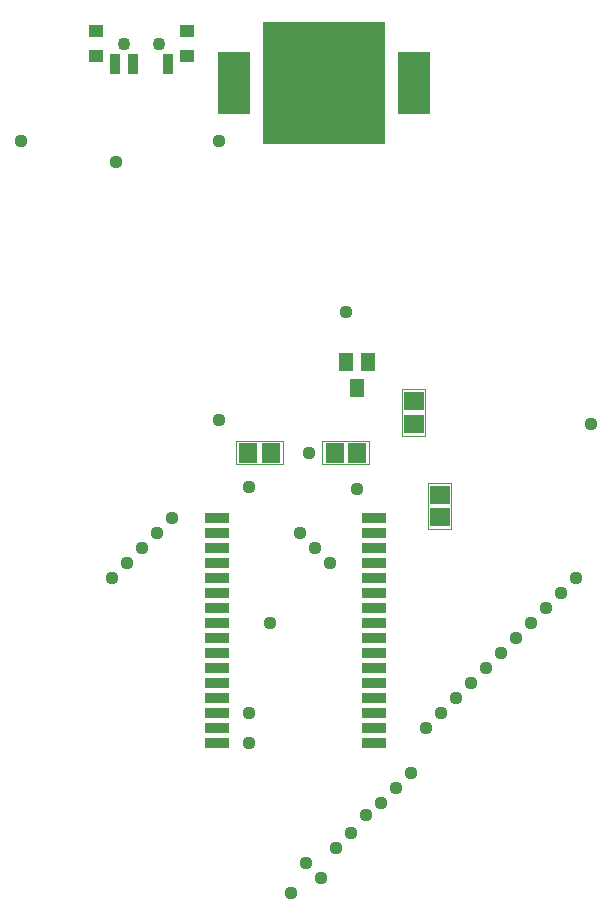
<source format=gts>
G75*
%MOIN*%
%OFA0B0*%
%FSLAX24Y24*%
%IPPOS*%
%LPD*%
%AMOC8*
5,1,8,0,0,1.08239X$1,22.5*
%
%ADD10C,0.0020*%
%ADD11R,0.0592X0.0671*%
%ADD12R,0.0671X0.0592*%
%ADD13R,0.0474X0.0631*%
%ADD14R,0.1080X0.2080*%
%ADD15R,0.4080X0.4080*%
%ADD16C,0.0430*%
%ADD17R,0.0360X0.0670*%
%ADD18R,0.0470X0.0390*%
%ADD19R,0.0808X0.0356*%
%ADD20C,0.0437*%
D10*
X008133Y018713D02*
X008133Y019487D01*
X009687Y019487D01*
X009687Y018713D01*
X008133Y018713D01*
X011003Y018713D02*
X011003Y019487D01*
X012557Y019487D01*
X012557Y018713D01*
X011003Y018713D01*
X013663Y019663D02*
X014437Y019663D01*
X014437Y021217D01*
X013663Y021217D01*
X013663Y019663D01*
X014523Y018097D02*
X015297Y018097D01*
X015297Y016543D01*
X014523Y016543D01*
X014523Y018097D01*
D11*
X012154Y019100D03*
X011406Y019100D03*
X009284Y019100D03*
X008536Y019100D03*
D12*
X014050Y020066D03*
X014050Y020814D03*
X014910Y017694D03*
X014910Y016946D03*
D13*
X012160Y021267D03*
X011786Y022133D03*
X012534Y022133D03*
D14*
X014050Y031430D03*
X008050Y031430D03*
D15*
X011050Y031430D03*
D16*
X005570Y032740D03*
X004390Y032740D03*
D17*
X004680Y032050D03*
X004090Y032050D03*
X005860Y032050D03*
D18*
X006480Y032310D03*
X006480Y033170D03*
X003470Y033170D03*
X003470Y032320D03*
D19*
X007482Y009440D03*
X007482Y009940D03*
X007482Y010440D03*
X007482Y010940D03*
X007482Y011440D03*
X007482Y011940D03*
X007482Y012440D03*
X007482Y012940D03*
X007482Y013440D03*
X007482Y013940D03*
X007482Y014440D03*
X007482Y014940D03*
X007482Y015440D03*
X007482Y015940D03*
X007482Y016440D03*
X007482Y016940D03*
X012718Y016940D03*
X012718Y016440D03*
X012718Y015940D03*
X012718Y015440D03*
X012718Y014940D03*
X012718Y014440D03*
X012718Y013940D03*
X012718Y013440D03*
X012718Y012940D03*
X012718Y012440D03*
X012718Y011940D03*
X012718Y011440D03*
X012718Y010940D03*
X012718Y010440D03*
X012718Y009940D03*
X012718Y009440D03*
D20*
X013460Y007940D03*
X012960Y007440D03*
X012460Y007020D03*
X011960Y006440D03*
X011460Y005940D03*
X010950Y004940D03*
X010460Y005440D03*
X009960Y004440D03*
X008540Y009440D03*
X008540Y010440D03*
X009250Y013440D03*
X010750Y015940D03*
X011250Y015440D03*
X010250Y016440D03*
X008540Y017950D03*
X007550Y020200D03*
X006000Y016940D03*
X005500Y016440D03*
X005000Y015940D03*
X004500Y015440D03*
X004000Y014940D03*
X010550Y019100D03*
X012150Y017900D03*
X011790Y023800D03*
X007550Y029500D03*
X004110Y028800D03*
X000960Y029500D03*
X013970Y008440D03*
X014460Y009940D03*
X014960Y010440D03*
X015460Y010940D03*
X015960Y011440D03*
X016460Y011940D03*
X016960Y012440D03*
X017460Y012940D03*
X017960Y013440D03*
X018460Y013940D03*
X018960Y014440D03*
X019460Y014940D03*
X019960Y020070D03*
M02*

</source>
